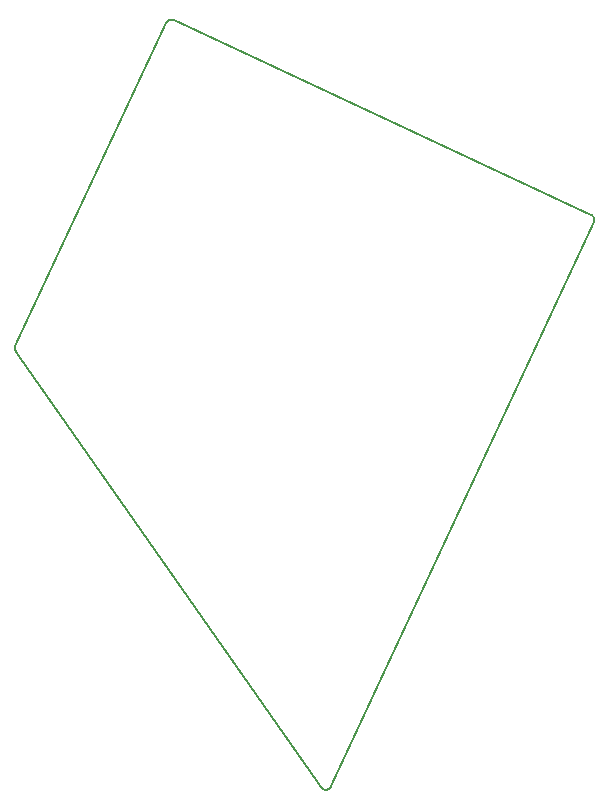
<source format=gm1>
G04 #@! TF.GenerationSoftware,KiCad,Pcbnew,8.0.8+1*
G04 #@! TF.CreationDate,2025-05-19T02:25:46+00:00*
G04 #@! TF.ProjectId,controller_overlay,636f6e74-726f-46c6-9c65-725f6f766572,0.2*
G04 #@! TF.SameCoordinates,Original*
G04 #@! TF.FileFunction,Profile,NP*
%FSLAX46Y46*%
G04 Gerber Fmt 4.6, Leading zero omitted, Abs format (unit mm)*
G04 Created by KiCad (PCBNEW 8.0.8+1) date 2025-05-19 02:25:46*
%MOMM*%
%LPD*%
G01*
G04 APERTURE LIST*
G04 #@! TA.AperFunction,Profile*
%ADD10C,0.150000*%
G04 #@! TD*
G04 APERTURE END LIST*
D10*
X174951393Y-96304944D02*
X187705299Y-68954103D01*
X188369762Y-68712259D02*
X223715766Y-85194371D01*
X223957611Y-85858834D02*
X201687752Y-133616700D01*
X200825022Y-133692179D02*
X174994971Y-96803042D01*
X187705299Y-68954103D02*
G75*
G02*
X188369791Y-68712196I453201J-211297D01*
G01*
X223715766Y-85194371D02*
G75*
G02*
X223957600Y-85858829I-211266J-453129D01*
G01*
X201687752Y-133616700D02*
G75*
G02*
X200825024Y-133692178I-453152J211300D01*
G01*
X174994971Y-96803042D02*
G75*
G02*
X174951431Y-96304962I409529J286742D01*
G01*
M02*

</source>
